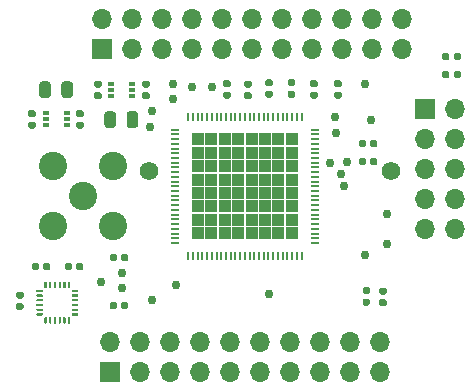
<source format=gts>
G04 #@! TF.GenerationSoftware,KiCad,Pcbnew,(5.1.6)-1*
G04 #@! TF.CreationDate,2021-09-11T05:23:29-07:00*
G04 #@! TF.ProjectId,scum3c-devboard,7363756d-3363-42d6-9465-76626f617264,rev?*
G04 #@! TF.SameCoordinates,Original*
G04 #@! TF.FileFunction,Soldermask,Top*
G04 #@! TF.FilePolarity,Negative*
%FSLAX46Y46*%
G04 Gerber Fmt 4.6, Leading zero omitted, Abs format (unit mm)*
G04 Created by KiCad (PCBNEW (5.1.6)-1) date 2021-09-11 05:23:29*
%MOMM*%
%LPD*%
G01*
G04 APERTURE LIST*
%ADD10C,2.400000*%
%ADD11C,1.574800*%
%ADD12R,1.700000X1.700000*%
%ADD13O,1.700000X1.700000*%
%ADD14R,0.500000X0.300000*%
%ADD15C,0.762000*%
%ADD16C,0.568750*%
%ADD17R,1.137500X1.137500*%
%ADD18O,0.200000X0.800000*%
%ADD19O,0.800000X0.200000*%
G04 APERTURE END LIST*
D10*
G04 #@! TO.C,J4*
X82804000Y-69469000D03*
X80264000Y-66929000D03*
X85344000Y-66929000D03*
X80264000Y-72009000D03*
X85344000Y-72009000D03*
G04 #@! TD*
D11*
G04 #@! TO.C,B1*
X108889800Y-67310000D03*
X88392000Y-67310000D03*
G04 #@! TD*
D12*
G04 #@! TO.C,J1*
X84455000Y-57023000D03*
D13*
X84455000Y-54483000D03*
X86995000Y-57023000D03*
X86995000Y-54483000D03*
X89535000Y-57023000D03*
X89535000Y-54483000D03*
X92075000Y-57023000D03*
X92075000Y-54483000D03*
X94615000Y-57023000D03*
X94615000Y-54483000D03*
X97155000Y-57023000D03*
X97155000Y-54483000D03*
X99695000Y-57023000D03*
X99695000Y-54483000D03*
X102235000Y-57023000D03*
X102235000Y-54483000D03*
X104775000Y-57023000D03*
X104775000Y-54483000D03*
X107315000Y-57023000D03*
X107315000Y-54483000D03*
X109855000Y-57023000D03*
X109855000Y-54483000D03*
G04 #@! TD*
G04 #@! TO.C,R4*
G36*
G01*
X96601500Y-60665000D02*
X96946500Y-60665000D01*
G75*
G02*
X97094000Y-60812500I0J-147500D01*
G01*
X97094000Y-61107500D01*
G75*
G02*
X96946500Y-61255000I-147500J0D01*
G01*
X96601500Y-61255000D01*
G75*
G02*
X96454000Y-61107500I0J147500D01*
G01*
X96454000Y-60812500D01*
G75*
G02*
X96601500Y-60665000I147500J0D01*
G01*
G37*
G36*
G01*
X96601500Y-59695000D02*
X96946500Y-59695000D01*
G75*
G02*
X97094000Y-59842500I0J-147500D01*
G01*
X97094000Y-60137500D01*
G75*
G02*
X96946500Y-60285000I-147500J0D01*
G01*
X96601500Y-60285000D01*
G75*
G02*
X96454000Y-60137500I0J147500D01*
G01*
X96454000Y-59842500D01*
G75*
G02*
X96601500Y-59695000I147500J0D01*
G01*
G37*
G04 #@! TD*
D14*
G04 #@! TO.C,U3*
X85177999Y-60952000D03*
X85177999Y-60452000D03*
X85177999Y-59952000D03*
X86977999Y-59952000D03*
X86977999Y-60452000D03*
X86977999Y-60952000D03*
G04 #@! TD*
G04 #@! TO.C,U2*
X81446001Y-62440999D03*
X81446001Y-62940999D03*
X81446001Y-63440999D03*
X79646001Y-63440999D03*
X79646001Y-62940999D03*
X79646001Y-62440999D03*
G04 #@! TD*
G04 #@! TO.C,R3*
G36*
G01*
X102189500Y-60619000D02*
X102534500Y-60619000D01*
G75*
G02*
X102682000Y-60766500I0J-147500D01*
G01*
X102682000Y-61061500D01*
G75*
G02*
X102534500Y-61209000I-147500J0D01*
G01*
X102189500Y-61209000D01*
G75*
G02*
X102042000Y-61061500I0J147500D01*
G01*
X102042000Y-60766500D01*
G75*
G02*
X102189500Y-60619000I147500J0D01*
G01*
G37*
G36*
G01*
X102189500Y-59649000D02*
X102534500Y-59649000D01*
G75*
G02*
X102682000Y-59796500I0J-147500D01*
G01*
X102682000Y-60091500D01*
G75*
G02*
X102534500Y-60239000I-147500J0D01*
G01*
X102189500Y-60239000D01*
G75*
G02*
X102042000Y-60091500I0J147500D01*
G01*
X102042000Y-59796500D01*
G75*
G02*
X102189500Y-59649000I147500J0D01*
G01*
G37*
G04 #@! TD*
G04 #@! TO.C,R2*
G36*
G01*
X104566500Y-60239000D02*
X104221500Y-60239000D01*
G75*
G02*
X104074000Y-60091500I0J147500D01*
G01*
X104074000Y-59796500D01*
G75*
G02*
X104221500Y-59649000I147500J0D01*
G01*
X104566500Y-59649000D01*
G75*
G02*
X104714000Y-59796500I0J-147500D01*
G01*
X104714000Y-60091500D01*
G75*
G02*
X104566500Y-60239000I-147500J0D01*
G01*
G37*
G36*
G01*
X104566500Y-61209000D02*
X104221500Y-61209000D01*
G75*
G02*
X104074000Y-61061500I0J147500D01*
G01*
X104074000Y-60766500D01*
G75*
G02*
X104221500Y-60619000I147500J0D01*
G01*
X104566500Y-60619000D01*
G75*
G02*
X104714000Y-60766500I0J-147500D01*
G01*
X104714000Y-61061500D01*
G75*
G02*
X104566500Y-61209000I-147500J0D01*
G01*
G37*
G04 #@! TD*
G04 #@! TO.C,C_1.8_OUT1*
G36*
G01*
X80091000Y-59995750D02*
X80091000Y-60908250D01*
G75*
G02*
X79847250Y-61152000I-243750J0D01*
G01*
X79359750Y-61152000D01*
G75*
G02*
X79116000Y-60908250I0J243750D01*
G01*
X79116000Y-59995750D01*
G75*
G02*
X79359750Y-59752000I243750J0D01*
G01*
X79847250Y-59752000D01*
G75*
G02*
X80091000Y-59995750I0J-243750D01*
G01*
G37*
G36*
G01*
X81966000Y-59995750D02*
X81966000Y-60908250D01*
G75*
G02*
X81722250Y-61152000I-243750J0D01*
G01*
X81234750Y-61152000D01*
G75*
G02*
X80991000Y-60908250I0J243750D01*
G01*
X80991000Y-59995750D01*
G75*
G02*
X81234750Y-59752000I243750J0D01*
G01*
X81722250Y-59752000D01*
G75*
G02*
X81966000Y-59995750I0J-243750D01*
G01*
G37*
G04 #@! TD*
G04 #@! TO.C,C_1.1_OUT1*
G36*
G01*
X86507500Y-63448250D02*
X86507500Y-62535750D01*
G75*
G02*
X86751250Y-62292000I243750J0D01*
G01*
X87238750Y-62292000D01*
G75*
G02*
X87482500Y-62535750I0J-243750D01*
G01*
X87482500Y-63448250D01*
G75*
G02*
X87238750Y-63692000I-243750J0D01*
G01*
X86751250Y-63692000D01*
G75*
G02*
X86507500Y-63448250I0J243750D01*
G01*
G37*
G36*
G01*
X84632500Y-63448250D02*
X84632500Y-62535750D01*
G75*
G02*
X84876250Y-62292000I243750J0D01*
G01*
X85363750Y-62292000D01*
G75*
G02*
X85607500Y-62535750I0J-243750D01*
G01*
X85607500Y-63448250D01*
G75*
G02*
X85363750Y-63692000I-243750J0D01*
G01*
X84876250Y-63692000D01*
G75*
G02*
X84632500Y-63448250I0J243750D01*
G01*
G37*
G04 #@! TD*
G04 #@! TO.C,L2*
G36*
G01*
X88310500Y-60285000D02*
X87965500Y-60285000D01*
G75*
G02*
X87818000Y-60137500I0J147500D01*
G01*
X87818000Y-59842500D01*
G75*
G02*
X87965500Y-59695000I147500J0D01*
G01*
X88310500Y-59695000D01*
G75*
G02*
X88458000Y-59842500I0J-147500D01*
G01*
X88458000Y-60137500D01*
G75*
G02*
X88310500Y-60285000I-147500J0D01*
G01*
G37*
G36*
G01*
X88310500Y-61255000D02*
X87965500Y-61255000D01*
G75*
G02*
X87818000Y-61107500I0J147500D01*
G01*
X87818000Y-60812500D01*
G75*
G02*
X87965500Y-60665000I147500J0D01*
G01*
X88310500Y-60665000D01*
G75*
G02*
X88458000Y-60812500I0J-147500D01*
G01*
X88458000Y-61107500D01*
G75*
G02*
X88310500Y-61255000I-147500J0D01*
G01*
G37*
G04 #@! TD*
G04 #@! TO.C,L1*
G36*
G01*
X78313500Y-63159000D02*
X78658500Y-63159000D01*
G75*
G02*
X78806000Y-63306500I0J-147500D01*
G01*
X78806000Y-63601500D01*
G75*
G02*
X78658500Y-63749000I-147500J0D01*
G01*
X78313500Y-63749000D01*
G75*
G02*
X78166000Y-63601500I0J147500D01*
G01*
X78166000Y-63306500D01*
G75*
G02*
X78313500Y-63159000I147500J0D01*
G01*
G37*
G36*
G01*
X78313500Y-62189000D02*
X78658500Y-62189000D01*
G75*
G02*
X78806000Y-62336500I0J-147500D01*
G01*
X78806000Y-62631500D01*
G75*
G02*
X78658500Y-62779000I-147500J0D01*
G01*
X78313500Y-62779000D01*
G75*
G02*
X78166000Y-62631500I0J147500D01*
G01*
X78166000Y-62336500D01*
G75*
G02*
X78313500Y-62189000I147500J0D01*
G01*
G37*
G04 #@! TD*
D13*
G04 #@! TO.C,J3*
X114300000Y-72263000D03*
X111760000Y-72263000D03*
X114300000Y-69723000D03*
X111760000Y-69723000D03*
X114300000Y-67183000D03*
X111760000Y-67183000D03*
X114300000Y-64643000D03*
X111760000Y-64643000D03*
X114300000Y-62103000D03*
D12*
X111760000Y-62103000D03*
G04 #@! TD*
G04 #@! TO.C,C_1.1_IN1*
G36*
G01*
X84246500Y-60285000D02*
X83901500Y-60285000D01*
G75*
G02*
X83754000Y-60137500I0J147500D01*
G01*
X83754000Y-59842500D01*
G75*
G02*
X83901500Y-59695000I147500J0D01*
G01*
X84246500Y-59695000D01*
G75*
G02*
X84394000Y-59842500I0J-147500D01*
G01*
X84394000Y-60137500D01*
G75*
G02*
X84246500Y-60285000I-147500J0D01*
G01*
G37*
G36*
G01*
X84246500Y-61255000D02*
X83901500Y-61255000D01*
G75*
G02*
X83754000Y-61107500I0J147500D01*
G01*
X83754000Y-60812500D01*
G75*
G02*
X83901500Y-60665000I147500J0D01*
G01*
X84246500Y-60665000D01*
G75*
G02*
X84394000Y-60812500I0J-147500D01*
G01*
X84394000Y-61107500D01*
G75*
G02*
X84246500Y-61255000I-147500J0D01*
G01*
G37*
G04 #@! TD*
G04 #@! TO.C,C_1.8_IN1*
G36*
G01*
X82377500Y-63159000D02*
X82722500Y-63159000D01*
G75*
G02*
X82870000Y-63306500I0J-147500D01*
G01*
X82870000Y-63601500D01*
G75*
G02*
X82722500Y-63749000I-147500J0D01*
G01*
X82377500Y-63749000D01*
G75*
G02*
X82230000Y-63601500I0J147500D01*
G01*
X82230000Y-63306500D01*
G75*
G02*
X82377500Y-63159000I147500J0D01*
G01*
G37*
G36*
G01*
X82377500Y-62189000D02*
X82722500Y-62189000D01*
G75*
G02*
X82870000Y-62336500I0J-147500D01*
G01*
X82870000Y-62631500D01*
G75*
G02*
X82722500Y-62779000I-147500J0D01*
G01*
X82377500Y-62779000D01*
G75*
G02*
X82230000Y-62631500I0J147500D01*
G01*
X82230000Y-62336500D01*
G75*
G02*
X82377500Y-62189000I147500J0D01*
G01*
G37*
G04 #@! TD*
D15*
G04 #@! TO.C,J21*
X108585000Y-70993000D03*
G04 #@! TD*
G04 #@! TO.C,J20*
X104140000Y-62738000D03*
G04 #@! TD*
G04 #@! TO.C,J19*
X93726000Y-60198000D03*
G04 #@! TD*
G04 #@! TO.C,J18*
X92075000Y-60198000D03*
G04 #@! TD*
G04 #@! TO.C,J14*
X90424000Y-59944000D03*
G04 #@! TD*
G04 #@! TO.C,J12*
X86106000Y-77216000D03*
G04 #@! TD*
G04 #@! TO.C,J17*
X108585000Y-73533000D03*
G04 #@! TD*
G04 #@! TO.C,J16*
X105156000Y-66548000D03*
G04 #@! TD*
G04 #@! TO.C,J15*
X103759000Y-66675000D03*
G04 #@! TD*
G04 #@! TO.C,J13*
X88646000Y-78232000D03*
G04 #@! TD*
G04 #@! TO.C,J11*
X86106000Y-75946000D03*
G04 #@! TD*
G04 #@! TO.C,J10*
X104648000Y-67564000D03*
G04 #@! TD*
G04 #@! TO.C,J9*
X104902000Y-68580000D03*
G04 #@! TD*
G04 #@! TO.C,J8*
X88519000Y-63627000D03*
G04 #@! TD*
G04 #@! TO.C,J7*
X88646000Y-62230000D03*
G04 #@! TD*
G04 #@! TO.C,J6*
X90424000Y-61214000D03*
G04 #@! TD*
G04 #@! TO.C,J5*
X104267000Y-64135000D03*
G04 #@! TD*
G04 #@! TO.C,GND6*
X106680000Y-59944000D03*
G04 #@! TD*
G04 #@! TO.C,GND5*
X106680000Y-74422000D03*
G04 #@! TD*
G04 #@! TO.C,GND4*
X107188000Y-62992000D03*
G04 #@! TD*
G04 #@! TO.C,GND3*
X90678000Y-76962000D03*
G04 #@! TD*
G04 #@! TO.C,GND2*
X84328000Y-76708000D03*
G04 #@! TD*
G04 #@! TO.C,GND1*
X98552000Y-77724000D03*
G04 #@! TD*
G04 #@! TO.C,R1*
G36*
G01*
X107147000Y-65196500D02*
X107147000Y-64851500D01*
G75*
G02*
X107294500Y-64704000I147500J0D01*
G01*
X107589500Y-64704000D01*
G75*
G02*
X107737000Y-64851500I0J-147500D01*
G01*
X107737000Y-65196500D01*
G75*
G02*
X107589500Y-65344000I-147500J0D01*
G01*
X107294500Y-65344000D01*
G75*
G02*
X107147000Y-65196500I0J147500D01*
G01*
G37*
G36*
G01*
X106177000Y-65196500D02*
X106177000Y-64851500D01*
G75*
G02*
X106324500Y-64704000I147500J0D01*
G01*
X106619500Y-64704000D01*
G75*
G02*
X106767000Y-64851500I0J-147500D01*
G01*
X106767000Y-65196500D01*
G75*
G02*
X106619500Y-65344000I-147500J0D01*
G01*
X106324500Y-65344000D01*
G75*
G02*
X106177000Y-65196500I0J147500D01*
G01*
G37*
G04 #@! TD*
G04 #@! TO.C,C13*
G36*
G01*
X100629500Y-60158000D02*
X100284500Y-60158000D01*
G75*
G02*
X100137000Y-60010500I0J147500D01*
G01*
X100137000Y-59715500D01*
G75*
G02*
X100284500Y-59568000I147500J0D01*
G01*
X100629500Y-59568000D01*
G75*
G02*
X100777000Y-59715500I0J-147500D01*
G01*
X100777000Y-60010500D01*
G75*
G02*
X100629500Y-60158000I-147500J0D01*
G01*
G37*
G36*
G01*
X100629500Y-61128000D02*
X100284500Y-61128000D01*
G75*
G02*
X100137000Y-60980500I0J147500D01*
G01*
X100137000Y-60685500D01*
G75*
G02*
X100284500Y-60538000I147500J0D01*
G01*
X100629500Y-60538000D01*
G75*
G02*
X100777000Y-60685500I0J-147500D01*
G01*
X100777000Y-60980500D01*
G75*
G02*
X100629500Y-61128000I-147500J0D01*
G01*
G37*
G04 #@! TD*
G04 #@! TO.C,C12*
G36*
G01*
X98724500Y-60158000D02*
X98379500Y-60158000D01*
G75*
G02*
X98232000Y-60010500I0J147500D01*
G01*
X98232000Y-59715500D01*
G75*
G02*
X98379500Y-59568000I147500J0D01*
G01*
X98724500Y-59568000D01*
G75*
G02*
X98872000Y-59715500I0J-147500D01*
G01*
X98872000Y-60010500D01*
G75*
G02*
X98724500Y-60158000I-147500J0D01*
G01*
G37*
G36*
G01*
X98724500Y-61128000D02*
X98379500Y-61128000D01*
G75*
G02*
X98232000Y-60980500I0J147500D01*
G01*
X98232000Y-60685500D01*
G75*
G02*
X98379500Y-60538000I147500J0D01*
G01*
X98724500Y-60538000D01*
G75*
G02*
X98872000Y-60685500I0J-147500D01*
G01*
X98872000Y-60980500D01*
G75*
G02*
X98724500Y-61128000I-147500J0D01*
G01*
G37*
G04 #@! TD*
G04 #@! TO.C,C11*
G36*
G01*
X106767000Y-66375500D02*
X106767000Y-66720500D01*
G75*
G02*
X106619500Y-66868000I-147500J0D01*
G01*
X106324500Y-66868000D01*
G75*
G02*
X106177000Y-66720500I0J147500D01*
G01*
X106177000Y-66375500D01*
G75*
G02*
X106324500Y-66228000I147500J0D01*
G01*
X106619500Y-66228000D01*
G75*
G02*
X106767000Y-66375500I0J-147500D01*
G01*
G37*
G36*
G01*
X107737000Y-66375500D02*
X107737000Y-66720500D01*
G75*
G02*
X107589500Y-66868000I-147500J0D01*
G01*
X107294500Y-66868000D01*
G75*
G02*
X107147000Y-66720500I0J147500D01*
G01*
X107147000Y-66375500D01*
G75*
G02*
X107294500Y-66228000I147500J0D01*
G01*
X107589500Y-66228000D01*
G75*
G02*
X107737000Y-66375500I0J-147500D01*
G01*
G37*
G04 #@! TD*
G04 #@! TO.C,C10*
G36*
G01*
X95168500Y-60239000D02*
X94823500Y-60239000D01*
G75*
G02*
X94676000Y-60091500I0J147500D01*
G01*
X94676000Y-59796500D01*
G75*
G02*
X94823500Y-59649000I147500J0D01*
G01*
X95168500Y-59649000D01*
G75*
G02*
X95316000Y-59796500I0J-147500D01*
G01*
X95316000Y-60091500D01*
G75*
G02*
X95168500Y-60239000I-147500J0D01*
G01*
G37*
G36*
G01*
X95168500Y-61209000D02*
X94823500Y-61209000D01*
G75*
G02*
X94676000Y-61061500I0J147500D01*
G01*
X94676000Y-60766500D01*
G75*
G02*
X94823500Y-60619000I147500J0D01*
G01*
X95168500Y-60619000D01*
G75*
G02*
X95316000Y-60766500I0J-147500D01*
G01*
X95316000Y-61061500D01*
G75*
G02*
X95168500Y-61209000I-147500J0D01*
G01*
G37*
G04 #@! TD*
G04 #@! TO.C,C9*
G36*
G01*
X108031500Y-78191000D02*
X108376500Y-78191000D01*
G75*
G02*
X108524000Y-78338500I0J-147500D01*
G01*
X108524000Y-78633500D01*
G75*
G02*
X108376500Y-78781000I-147500J0D01*
G01*
X108031500Y-78781000D01*
G75*
G02*
X107884000Y-78633500I0J147500D01*
G01*
X107884000Y-78338500D01*
G75*
G02*
X108031500Y-78191000I147500J0D01*
G01*
G37*
G36*
G01*
X108031500Y-77221000D02*
X108376500Y-77221000D01*
G75*
G02*
X108524000Y-77368500I0J-147500D01*
G01*
X108524000Y-77663500D01*
G75*
G02*
X108376500Y-77811000I-147500J0D01*
G01*
X108031500Y-77811000D01*
G75*
G02*
X107884000Y-77663500I0J147500D01*
G01*
X107884000Y-77368500D01*
G75*
G02*
X108031500Y-77221000I147500J0D01*
G01*
G37*
G04 #@! TD*
G04 #@! TO.C,C8*
G36*
G01*
X106634500Y-78145000D02*
X106979500Y-78145000D01*
G75*
G02*
X107127000Y-78292500I0J-147500D01*
G01*
X107127000Y-78587500D01*
G75*
G02*
X106979500Y-78735000I-147500J0D01*
G01*
X106634500Y-78735000D01*
G75*
G02*
X106487000Y-78587500I0J147500D01*
G01*
X106487000Y-78292500D01*
G75*
G02*
X106634500Y-78145000I147500J0D01*
G01*
G37*
G36*
G01*
X106634500Y-77175000D02*
X106979500Y-77175000D01*
G75*
G02*
X107127000Y-77322500I0J-147500D01*
G01*
X107127000Y-77617500D01*
G75*
G02*
X106979500Y-77765000I-147500J0D01*
G01*
X106634500Y-77765000D01*
G75*
G02*
X106487000Y-77617500I0J147500D01*
G01*
X106487000Y-77322500D01*
G75*
G02*
X106634500Y-77175000I147500J0D01*
G01*
G37*
G04 #@! TD*
G04 #@! TO.C,C7*
G36*
G01*
X114213000Y-59354500D02*
X114213000Y-59009500D01*
G75*
G02*
X114360500Y-58862000I147500J0D01*
G01*
X114655500Y-58862000D01*
G75*
G02*
X114803000Y-59009500I0J-147500D01*
G01*
X114803000Y-59354500D01*
G75*
G02*
X114655500Y-59502000I-147500J0D01*
G01*
X114360500Y-59502000D01*
G75*
G02*
X114213000Y-59354500I0J147500D01*
G01*
G37*
G36*
G01*
X113243000Y-59354500D02*
X113243000Y-59009500D01*
G75*
G02*
X113390500Y-58862000I147500J0D01*
G01*
X113685500Y-58862000D01*
G75*
G02*
X113833000Y-59009500I0J-147500D01*
G01*
X113833000Y-59354500D01*
G75*
G02*
X113685500Y-59502000I-147500J0D01*
G01*
X113390500Y-59502000D01*
G75*
G02*
X113243000Y-59354500I0J147500D01*
G01*
G37*
G04 #@! TD*
G04 #@! TO.C,C6*
G36*
G01*
X114213000Y-57830500D02*
X114213000Y-57485500D01*
G75*
G02*
X114360500Y-57338000I147500J0D01*
G01*
X114655500Y-57338000D01*
G75*
G02*
X114803000Y-57485500I0J-147500D01*
G01*
X114803000Y-57830500D01*
G75*
G02*
X114655500Y-57978000I-147500J0D01*
G01*
X114360500Y-57978000D01*
G75*
G02*
X114213000Y-57830500I0J147500D01*
G01*
G37*
G36*
G01*
X113243000Y-57830500D02*
X113243000Y-57485500D01*
G75*
G02*
X113390500Y-57338000I147500J0D01*
G01*
X113685500Y-57338000D01*
G75*
G02*
X113833000Y-57485500I0J-147500D01*
G01*
X113833000Y-57830500D01*
G75*
G02*
X113685500Y-57978000I-147500J0D01*
G01*
X113390500Y-57978000D01*
G75*
G02*
X113243000Y-57830500I0J147500D01*
G01*
G37*
G04 #@! TD*
G04 #@! TO.C,C5*
G36*
G01*
X85685000Y-74503500D02*
X85685000Y-74848500D01*
G75*
G02*
X85537500Y-74996000I-147500J0D01*
G01*
X85242500Y-74996000D01*
G75*
G02*
X85095000Y-74848500I0J147500D01*
G01*
X85095000Y-74503500D01*
G75*
G02*
X85242500Y-74356000I147500J0D01*
G01*
X85537500Y-74356000D01*
G75*
G02*
X85685000Y-74503500I0J-147500D01*
G01*
G37*
G36*
G01*
X86655000Y-74503500D02*
X86655000Y-74848500D01*
G75*
G02*
X86507500Y-74996000I-147500J0D01*
G01*
X86212500Y-74996000D01*
G75*
G02*
X86065000Y-74848500I0J147500D01*
G01*
X86065000Y-74503500D01*
G75*
G02*
X86212500Y-74356000I147500J0D01*
G01*
X86507500Y-74356000D01*
G75*
G02*
X86655000Y-74503500I0J-147500D01*
G01*
G37*
G04 #@! TD*
G04 #@! TO.C,C4*
G36*
G01*
X85662000Y-78567500D02*
X85662000Y-78912500D01*
G75*
G02*
X85514500Y-79060000I-147500J0D01*
G01*
X85219500Y-79060000D01*
G75*
G02*
X85072000Y-78912500I0J147500D01*
G01*
X85072000Y-78567500D01*
G75*
G02*
X85219500Y-78420000I147500J0D01*
G01*
X85514500Y-78420000D01*
G75*
G02*
X85662000Y-78567500I0J-147500D01*
G01*
G37*
G36*
G01*
X86632000Y-78567500D02*
X86632000Y-78912500D01*
G75*
G02*
X86484500Y-79060000I-147500J0D01*
G01*
X86189500Y-79060000D01*
G75*
G02*
X86042000Y-78912500I0J147500D01*
G01*
X86042000Y-78567500D01*
G75*
G02*
X86189500Y-78420000I147500J0D01*
G01*
X86484500Y-78420000D01*
G75*
G02*
X86632000Y-78567500I0J-147500D01*
G01*
G37*
G04 #@! TD*
D13*
G04 #@! TO.C,J2*
X107950000Y-81788000D03*
X107950000Y-84328000D03*
X105410000Y-81788000D03*
X105410000Y-84328000D03*
X102870000Y-81788000D03*
X102870000Y-84328000D03*
X100330000Y-81788000D03*
X100330000Y-84328000D03*
X97790000Y-81788000D03*
X97790000Y-84328000D03*
X95250000Y-81788000D03*
X95250000Y-84328000D03*
X92710000Y-81788000D03*
X92710000Y-84328000D03*
X90170000Y-81788000D03*
X90170000Y-84328000D03*
X87630000Y-81788000D03*
X87630000Y-84328000D03*
X85090000Y-81788000D03*
D12*
X85090000Y-84328000D03*
G04 #@! TD*
D16*
G04 #@! TO.C,U1*
X100501250Y-72619250D03*
X100501250Y-71481750D03*
X100501250Y-70344250D03*
X100501250Y-69206750D03*
X100501250Y-68069250D03*
X100501250Y-66931750D03*
X100501250Y-65794250D03*
X100501250Y-64656750D03*
X99363750Y-72619250D03*
X99363750Y-71481750D03*
X99363750Y-70344250D03*
X99363750Y-69206750D03*
X99363750Y-68069250D03*
X99363750Y-66931750D03*
X99363750Y-65794250D03*
X99363750Y-64656750D03*
X98226250Y-72619250D03*
X98226250Y-71481750D03*
X98226250Y-70344250D03*
X98226250Y-69206750D03*
X98226250Y-68069250D03*
X98226250Y-66931750D03*
X98226250Y-65794250D03*
X98226250Y-64656750D03*
X97088750Y-72619250D03*
X97088750Y-71481750D03*
X97088750Y-70344250D03*
X97088750Y-69206750D03*
X97088750Y-68069250D03*
X97088750Y-66931750D03*
X97088750Y-65794250D03*
X97088750Y-64656750D03*
X95951250Y-72619250D03*
X95951250Y-71481750D03*
X95951250Y-70344250D03*
X95951250Y-69206750D03*
X95951250Y-68069250D03*
X95951250Y-66931750D03*
X95951250Y-65794250D03*
X95951250Y-64656750D03*
X94813750Y-72619250D03*
X94813750Y-71481750D03*
X94813750Y-70344250D03*
X94813750Y-69206750D03*
X94813750Y-68069250D03*
X94813750Y-66931750D03*
X94813750Y-65794250D03*
X94813750Y-64656750D03*
X93676250Y-72619250D03*
X93676250Y-71481750D03*
X93676250Y-70344250D03*
X93676250Y-69206750D03*
X93676250Y-68069250D03*
X93676250Y-66931750D03*
X93676250Y-65794250D03*
X93676250Y-64656750D03*
X92538750Y-72619250D03*
X92538750Y-71481750D03*
X92538750Y-70344250D03*
X92538750Y-69206750D03*
X92538750Y-68069250D03*
X92538750Y-66931750D03*
X92538750Y-65794250D03*
X92538750Y-64656750D03*
D17*
X100501250Y-72619250D03*
X100501250Y-71481750D03*
X100501250Y-70344250D03*
X100501250Y-69206750D03*
X100501250Y-68069250D03*
X100501250Y-66931750D03*
X100501250Y-65794250D03*
X100501250Y-64656750D03*
X99363750Y-72619250D03*
X99363750Y-71481750D03*
X99363750Y-70344250D03*
X99363750Y-69206750D03*
X99363750Y-68069250D03*
X99363750Y-66931750D03*
X99363750Y-65794250D03*
X99363750Y-64656750D03*
X98226250Y-72619250D03*
X98226250Y-71481750D03*
X98226250Y-70344250D03*
X98226250Y-69206750D03*
X98226250Y-68069250D03*
X98226250Y-66931750D03*
X98226250Y-65794250D03*
X98226250Y-64656750D03*
X97088750Y-72619250D03*
X97088750Y-71481750D03*
X97088750Y-70344250D03*
X97088750Y-69206750D03*
X97088750Y-68069250D03*
X97088750Y-66931750D03*
X97088750Y-65794250D03*
X97088750Y-64656750D03*
X95951250Y-72619250D03*
X95951250Y-71481750D03*
X95951250Y-70344250D03*
X95951250Y-69206750D03*
X95951250Y-68069250D03*
X95951250Y-66931750D03*
X95951250Y-65794250D03*
X95951250Y-64656750D03*
X94813750Y-72619250D03*
X94813750Y-71481750D03*
X94813750Y-70344250D03*
X94813750Y-69206750D03*
X94813750Y-68069250D03*
X94813750Y-66931750D03*
X94813750Y-65794250D03*
X94813750Y-64656750D03*
X93676250Y-72619250D03*
X93676250Y-71481750D03*
X93676250Y-70344250D03*
X93676250Y-69206750D03*
X93676250Y-68069250D03*
X93676250Y-66931750D03*
X93676250Y-65794250D03*
X93676250Y-64656750D03*
X92538750Y-72619250D03*
X92538750Y-71481750D03*
X92538750Y-70344250D03*
X92538750Y-69206750D03*
X92538750Y-68069250D03*
X92538750Y-66931750D03*
X92538750Y-65794250D03*
X92538750Y-64656750D03*
D18*
X91720000Y-62738000D03*
X92120000Y-62738000D03*
X92520000Y-62738000D03*
X92920000Y-62738000D03*
X93320000Y-62738000D03*
X93720000Y-62738000D03*
X94120000Y-62738000D03*
X94520000Y-62738000D03*
X94920000Y-62738000D03*
X95320000Y-62738000D03*
X95720000Y-62738000D03*
X96120000Y-62738000D03*
X96520000Y-62738000D03*
X96920000Y-62738000D03*
X97320000Y-62738000D03*
X97720000Y-62738000D03*
X98120000Y-62738000D03*
X98520000Y-62738000D03*
X98920000Y-62738000D03*
X99320000Y-62738000D03*
X99720000Y-62738000D03*
X100120000Y-62738000D03*
X100520000Y-62738000D03*
X100920000Y-62738000D03*
X101320000Y-62738000D03*
D19*
X102420000Y-63838000D03*
X102420000Y-64238000D03*
X102420000Y-64638000D03*
X102420000Y-65038000D03*
X102420000Y-65438000D03*
X102420000Y-65838000D03*
X102420000Y-66238000D03*
X102420000Y-66638000D03*
X102420000Y-67038000D03*
X102420000Y-67438000D03*
X102420000Y-67838000D03*
X102420000Y-68238000D03*
X102420000Y-68638000D03*
X102420000Y-69038000D03*
X102420000Y-69438000D03*
X102420000Y-69838000D03*
X102420000Y-70238000D03*
X102420000Y-70638000D03*
X102420000Y-71038000D03*
X102420000Y-71438000D03*
X102420000Y-71838000D03*
X102420000Y-72238000D03*
X102420000Y-72638000D03*
X102420000Y-73038000D03*
X102420000Y-73438000D03*
D18*
X101320000Y-74538000D03*
X100920000Y-74538000D03*
X100520000Y-74538000D03*
X100120000Y-74538000D03*
X99720000Y-74538000D03*
X99320000Y-74538000D03*
X98920000Y-74538000D03*
X98520000Y-74538000D03*
X98120000Y-74538000D03*
X97720000Y-74538000D03*
X97320000Y-74538000D03*
X96920000Y-74538000D03*
X96520000Y-74538000D03*
X96120000Y-74538000D03*
X95720000Y-74538000D03*
X95320000Y-74538000D03*
X94920000Y-74538000D03*
X94520000Y-74538000D03*
X94120000Y-74538000D03*
X93720000Y-74538000D03*
X93320000Y-74538000D03*
X92920000Y-74538000D03*
X92520000Y-74538000D03*
X92120000Y-74538000D03*
X91720000Y-74538000D03*
D19*
X90620000Y-73438000D03*
X90620000Y-73038000D03*
X90620000Y-72638000D03*
X90620000Y-72238000D03*
X90620000Y-71838000D03*
X90620000Y-71438000D03*
X90620000Y-71038000D03*
X90620000Y-70638000D03*
X90620000Y-70238000D03*
X90620000Y-69838000D03*
X90620000Y-69438000D03*
X90620000Y-69038000D03*
X90620000Y-68638000D03*
X90620000Y-68238000D03*
X90620000Y-67838000D03*
X90620000Y-67438000D03*
X90620000Y-67038000D03*
X90620000Y-66638000D03*
X90620000Y-66238000D03*
X90620000Y-65838000D03*
X90620000Y-65438000D03*
X90620000Y-65038000D03*
X90620000Y-64638000D03*
X90620000Y-64238000D03*
X90620000Y-63838000D03*
G04 #@! TD*
G04 #@! TO.C,C3*
G36*
G01*
X80051000Y-75265500D02*
X80051000Y-75610500D01*
G75*
G02*
X79903500Y-75758000I-147500J0D01*
G01*
X79608500Y-75758000D01*
G75*
G02*
X79461000Y-75610500I0J147500D01*
G01*
X79461000Y-75265500D01*
G75*
G02*
X79608500Y-75118000I147500J0D01*
G01*
X79903500Y-75118000D01*
G75*
G02*
X80051000Y-75265500I0J-147500D01*
G01*
G37*
G36*
G01*
X79081000Y-75265500D02*
X79081000Y-75610500D01*
G75*
G02*
X78933500Y-75758000I-147500J0D01*
G01*
X78638500Y-75758000D01*
G75*
G02*
X78491000Y-75610500I0J147500D01*
G01*
X78491000Y-75265500D01*
G75*
G02*
X78638500Y-75118000I147500J0D01*
G01*
X78933500Y-75118000D01*
G75*
G02*
X79081000Y-75265500I0J-147500D01*
G01*
G37*
G04 #@! TD*
G04 #@! TO.C,C2*
G36*
G01*
X77297500Y-77556000D02*
X77642500Y-77556000D01*
G75*
G02*
X77790000Y-77703500I0J-147500D01*
G01*
X77790000Y-77998500D01*
G75*
G02*
X77642500Y-78146000I-147500J0D01*
G01*
X77297500Y-78146000D01*
G75*
G02*
X77150000Y-77998500I0J147500D01*
G01*
X77150000Y-77703500D01*
G75*
G02*
X77297500Y-77556000I147500J0D01*
G01*
G37*
G36*
G01*
X77297500Y-78526000D02*
X77642500Y-78526000D01*
G75*
G02*
X77790000Y-78673500I0J-147500D01*
G01*
X77790000Y-78968500D01*
G75*
G02*
X77642500Y-79116000I-147500J0D01*
G01*
X77297500Y-79116000D01*
G75*
G02*
X77150000Y-78968500I0J147500D01*
G01*
X77150000Y-78673500D01*
G75*
G02*
X77297500Y-78526000I147500J0D01*
G01*
G37*
G04 #@! TD*
G04 #@! TO.C,C1*
G36*
G01*
X81285000Y-75610500D02*
X81285000Y-75265500D01*
G75*
G02*
X81432500Y-75118000I147500J0D01*
G01*
X81727500Y-75118000D01*
G75*
G02*
X81875000Y-75265500I0J-147500D01*
G01*
X81875000Y-75610500D01*
G75*
G02*
X81727500Y-75758000I-147500J0D01*
G01*
X81432500Y-75758000D01*
G75*
G02*
X81285000Y-75610500I0J147500D01*
G01*
G37*
G36*
G01*
X82255000Y-75610500D02*
X82255000Y-75265500D01*
G75*
G02*
X82402500Y-75118000I147500J0D01*
G01*
X82697500Y-75118000D01*
G75*
G02*
X82845000Y-75265500I0J-147500D01*
G01*
X82845000Y-75610500D01*
G75*
G02*
X82697500Y-75758000I-147500J0D01*
G01*
X82402500Y-75758000D01*
G75*
G02*
X82255000Y-75610500I0J147500D01*
G01*
G37*
G04 #@! TD*
G04 #@! TO.C,U9AB1*
G36*
G01*
X82420000Y-79436000D02*
X82420000Y-79536000D01*
G75*
G02*
X82370000Y-79586000I-50000J0D01*
G01*
X81920000Y-79586000D01*
G75*
G02*
X81870000Y-79536000I0J50000D01*
G01*
X81870000Y-79436000D01*
G75*
G02*
X81920000Y-79386000I50000J0D01*
G01*
X82370000Y-79386000D01*
G75*
G02*
X82420000Y-79436000I0J-50000D01*
G01*
G37*
G36*
G01*
X82420000Y-79036000D02*
X82420000Y-79136000D01*
G75*
G02*
X82370000Y-79186000I-50000J0D01*
G01*
X81920000Y-79186000D01*
G75*
G02*
X81870000Y-79136000I0J50000D01*
G01*
X81870000Y-79036000D01*
G75*
G02*
X81920000Y-78986000I50000J0D01*
G01*
X82370000Y-78986000D01*
G75*
G02*
X82420000Y-79036000I0J-50000D01*
G01*
G37*
G36*
G01*
X82420000Y-78636000D02*
X82420000Y-78736000D01*
G75*
G02*
X82370000Y-78786000I-50000J0D01*
G01*
X81920000Y-78786000D01*
G75*
G02*
X81870000Y-78736000I0J50000D01*
G01*
X81870000Y-78636000D01*
G75*
G02*
X81920000Y-78586000I50000J0D01*
G01*
X82370000Y-78586000D01*
G75*
G02*
X82420000Y-78636000I0J-50000D01*
G01*
G37*
G36*
G01*
X82420000Y-78236000D02*
X82420000Y-78336000D01*
G75*
G02*
X82370000Y-78386000I-50000J0D01*
G01*
X81920000Y-78386000D01*
G75*
G02*
X81870000Y-78336000I0J50000D01*
G01*
X81870000Y-78236000D01*
G75*
G02*
X81920000Y-78186000I50000J0D01*
G01*
X82370000Y-78186000D01*
G75*
G02*
X82420000Y-78236000I0J-50000D01*
G01*
G37*
G36*
G01*
X82420000Y-77836000D02*
X82420000Y-77936000D01*
G75*
G02*
X82370000Y-77986000I-50000J0D01*
G01*
X81920000Y-77986000D01*
G75*
G02*
X81870000Y-77936000I0J50000D01*
G01*
X81870000Y-77836000D01*
G75*
G02*
X81920000Y-77786000I50000J0D01*
G01*
X82370000Y-77786000D01*
G75*
G02*
X82420000Y-77836000I0J-50000D01*
G01*
G37*
G36*
G01*
X82420000Y-77436000D02*
X82420000Y-77536000D01*
G75*
G02*
X82370000Y-77586000I-50000J0D01*
G01*
X81920000Y-77586000D01*
G75*
G02*
X81870000Y-77536000I0J50000D01*
G01*
X81870000Y-77436000D01*
G75*
G02*
X81920000Y-77386000I50000J0D01*
G01*
X82370000Y-77386000D01*
G75*
G02*
X82420000Y-77436000I0J-50000D01*
G01*
G37*
G36*
G01*
X81595000Y-76711000D02*
X81695000Y-76711000D01*
G75*
G02*
X81745000Y-76761000I0J-50000D01*
G01*
X81745000Y-77211000D01*
G75*
G02*
X81695000Y-77261000I-50000J0D01*
G01*
X81595000Y-77261000D01*
G75*
G02*
X81545000Y-77211000I0J50000D01*
G01*
X81545000Y-76761000D01*
G75*
G02*
X81595000Y-76711000I50000J0D01*
G01*
G37*
G36*
G01*
X81195000Y-76711000D02*
X81295000Y-76711000D01*
G75*
G02*
X81345000Y-76761000I0J-50000D01*
G01*
X81345000Y-77211000D01*
G75*
G02*
X81295000Y-77261000I-50000J0D01*
G01*
X81195000Y-77261000D01*
G75*
G02*
X81145000Y-77211000I0J50000D01*
G01*
X81145000Y-76761000D01*
G75*
G02*
X81195000Y-76711000I50000J0D01*
G01*
G37*
G36*
G01*
X80795000Y-76711000D02*
X80895000Y-76711000D01*
G75*
G02*
X80945000Y-76761000I0J-50000D01*
G01*
X80945000Y-77211000D01*
G75*
G02*
X80895000Y-77261000I-50000J0D01*
G01*
X80795000Y-77261000D01*
G75*
G02*
X80745000Y-77211000I0J50000D01*
G01*
X80745000Y-76761000D01*
G75*
G02*
X80795000Y-76711000I50000J0D01*
G01*
G37*
G36*
G01*
X80395000Y-76711000D02*
X80495000Y-76711000D01*
G75*
G02*
X80545000Y-76761000I0J-50000D01*
G01*
X80545000Y-77211000D01*
G75*
G02*
X80495000Y-77261000I-50000J0D01*
G01*
X80395000Y-77261000D01*
G75*
G02*
X80345000Y-77211000I0J50000D01*
G01*
X80345000Y-76761000D01*
G75*
G02*
X80395000Y-76711000I50000J0D01*
G01*
G37*
G36*
G01*
X79995000Y-76711000D02*
X80095000Y-76711000D01*
G75*
G02*
X80145000Y-76761000I0J-50000D01*
G01*
X80145000Y-77211000D01*
G75*
G02*
X80095000Y-77261000I-50000J0D01*
G01*
X79995000Y-77261000D01*
G75*
G02*
X79945000Y-77211000I0J50000D01*
G01*
X79945000Y-76761000D01*
G75*
G02*
X79995000Y-76711000I50000J0D01*
G01*
G37*
G36*
G01*
X79595000Y-76711000D02*
X79695000Y-76711000D01*
G75*
G02*
X79745000Y-76761000I0J-50000D01*
G01*
X79745000Y-77211000D01*
G75*
G02*
X79695000Y-77261000I-50000J0D01*
G01*
X79595000Y-77261000D01*
G75*
G02*
X79545000Y-77211000I0J50000D01*
G01*
X79545000Y-76761000D01*
G75*
G02*
X79595000Y-76711000I50000J0D01*
G01*
G37*
G36*
G01*
X79420000Y-77436000D02*
X79420000Y-77536000D01*
G75*
G02*
X79370000Y-77586000I-50000J0D01*
G01*
X78920000Y-77586000D01*
G75*
G02*
X78870000Y-77536000I0J50000D01*
G01*
X78870000Y-77436000D01*
G75*
G02*
X78920000Y-77386000I50000J0D01*
G01*
X79370000Y-77386000D01*
G75*
G02*
X79420000Y-77436000I0J-50000D01*
G01*
G37*
G36*
G01*
X79420000Y-77836000D02*
X79420000Y-77936000D01*
G75*
G02*
X79370000Y-77986000I-50000J0D01*
G01*
X78920000Y-77986000D01*
G75*
G02*
X78870000Y-77936000I0J50000D01*
G01*
X78870000Y-77836000D01*
G75*
G02*
X78920000Y-77786000I50000J0D01*
G01*
X79370000Y-77786000D01*
G75*
G02*
X79420000Y-77836000I0J-50000D01*
G01*
G37*
G36*
G01*
X79420000Y-78236000D02*
X79420000Y-78336000D01*
G75*
G02*
X79370000Y-78386000I-50000J0D01*
G01*
X78920000Y-78386000D01*
G75*
G02*
X78870000Y-78336000I0J50000D01*
G01*
X78870000Y-78236000D01*
G75*
G02*
X78920000Y-78186000I50000J0D01*
G01*
X79370000Y-78186000D01*
G75*
G02*
X79420000Y-78236000I0J-50000D01*
G01*
G37*
G36*
G01*
X79420000Y-78636000D02*
X79420000Y-78736000D01*
G75*
G02*
X79370000Y-78786000I-50000J0D01*
G01*
X78920000Y-78786000D01*
G75*
G02*
X78870000Y-78736000I0J50000D01*
G01*
X78870000Y-78636000D01*
G75*
G02*
X78920000Y-78586000I50000J0D01*
G01*
X79370000Y-78586000D01*
G75*
G02*
X79420000Y-78636000I0J-50000D01*
G01*
G37*
G36*
G01*
X79420000Y-79036000D02*
X79420000Y-79136000D01*
G75*
G02*
X79370000Y-79186000I-50000J0D01*
G01*
X78920000Y-79186000D01*
G75*
G02*
X78870000Y-79136000I0J50000D01*
G01*
X78870000Y-79036000D01*
G75*
G02*
X78920000Y-78986000I50000J0D01*
G01*
X79370000Y-78986000D01*
G75*
G02*
X79420000Y-79036000I0J-50000D01*
G01*
G37*
G36*
G01*
X79420000Y-79436000D02*
X79420000Y-79536000D01*
G75*
G02*
X79370000Y-79586000I-50000J0D01*
G01*
X78920000Y-79586000D01*
G75*
G02*
X78870000Y-79536000I0J50000D01*
G01*
X78870000Y-79436000D01*
G75*
G02*
X78920000Y-79386000I50000J0D01*
G01*
X79370000Y-79386000D01*
G75*
G02*
X79420000Y-79436000I0J-50000D01*
G01*
G37*
G36*
G01*
X79595000Y-79711000D02*
X79695000Y-79711000D01*
G75*
G02*
X79745000Y-79761000I0J-50000D01*
G01*
X79745000Y-80211000D01*
G75*
G02*
X79695000Y-80261000I-50000J0D01*
G01*
X79595000Y-80261000D01*
G75*
G02*
X79545000Y-80211000I0J50000D01*
G01*
X79545000Y-79761000D01*
G75*
G02*
X79595000Y-79711000I50000J0D01*
G01*
G37*
G36*
G01*
X79995000Y-79711000D02*
X80095000Y-79711000D01*
G75*
G02*
X80145000Y-79761000I0J-50000D01*
G01*
X80145000Y-80211000D01*
G75*
G02*
X80095000Y-80261000I-50000J0D01*
G01*
X79995000Y-80261000D01*
G75*
G02*
X79945000Y-80211000I0J50000D01*
G01*
X79945000Y-79761000D01*
G75*
G02*
X79995000Y-79711000I50000J0D01*
G01*
G37*
G36*
G01*
X80395000Y-79711000D02*
X80495000Y-79711000D01*
G75*
G02*
X80545000Y-79761000I0J-50000D01*
G01*
X80545000Y-80211000D01*
G75*
G02*
X80495000Y-80261000I-50000J0D01*
G01*
X80395000Y-80261000D01*
G75*
G02*
X80345000Y-80211000I0J50000D01*
G01*
X80345000Y-79761000D01*
G75*
G02*
X80395000Y-79711000I50000J0D01*
G01*
G37*
G36*
G01*
X80795000Y-79711000D02*
X80895000Y-79711000D01*
G75*
G02*
X80945000Y-79761000I0J-50000D01*
G01*
X80945000Y-80211000D01*
G75*
G02*
X80895000Y-80261000I-50000J0D01*
G01*
X80795000Y-80261000D01*
G75*
G02*
X80745000Y-80211000I0J50000D01*
G01*
X80745000Y-79761000D01*
G75*
G02*
X80795000Y-79711000I50000J0D01*
G01*
G37*
G36*
G01*
X81195000Y-79711000D02*
X81295000Y-79711000D01*
G75*
G02*
X81345000Y-79761000I0J-50000D01*
G01*
X81345000Y-80211000D01*
G75*
G02*
X81295000Y-80261000I-50000J0D01*
G01*
X81195000Y-80261000D01*
G75*
G02*
X81145000Y-80211000I0J50000D01*
G01*
X81145000Y-79761000D01*
G75*
G02*
X81195000Y-79711000I50000J0D01*
G01*
G37*
G36*
G01*
X81595000Y-79711000D02*
X81695000Y-79711000D01*
G75*
G02*
X81745000Y-79761000I0J-50000D01*
G01*
X81745000Y-80211000D01*
G75*
G02*
X81695000Y-80261000I-50000J0D01*
G01*
X81595000Y-80261000D01*
G75*
G02*
X81545000Y-80211000I0J50000D01*
G01*
X81545000Y-79761000D01*
G75*
G02*
X81595000Y-79711000I50000J0D01*
G01*
G37*
G04 #@! TD*
M02*

</source>
